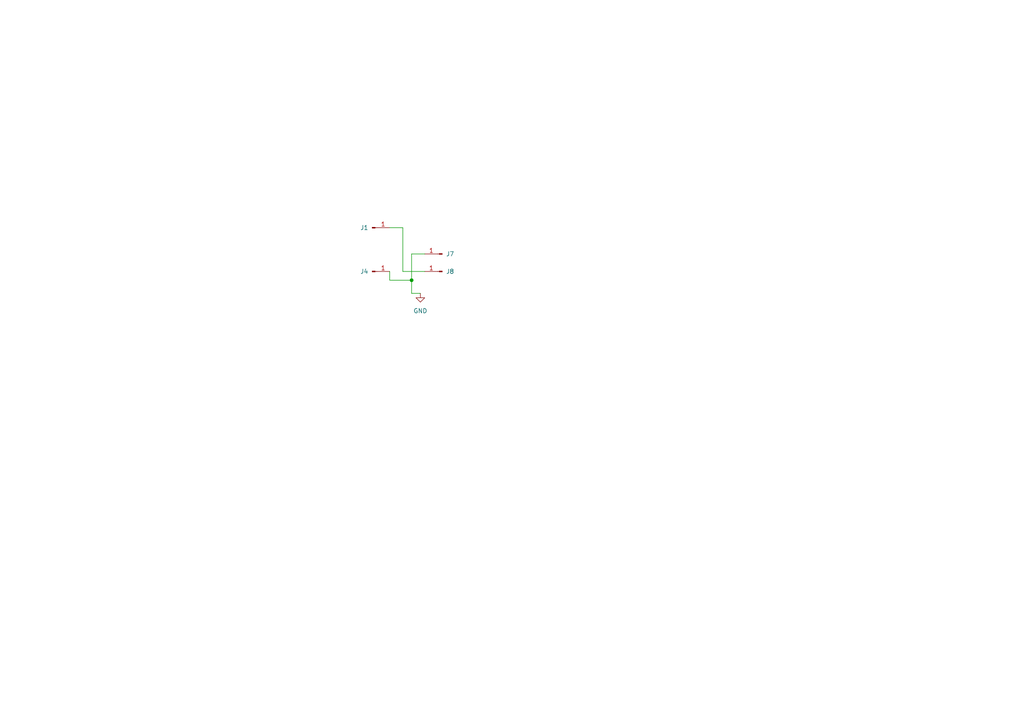
<source format=kicad_sch>
(kicad_sch (version 20231120) (generator "eeschema") (generator_version "8.0")
  (paper "A4")
  (lib_symbols
    (symbol "Connector:Conn_01x01_Pin" (pin_names (offset 1.016) hide)
      (property "Reference" "J" (at 0 2.54 0))
      (property "Value" "Conn_01x01_Pin" (at 0 -2.54 0))
      (symbol "Conn_01x01_Pin_1_1"
        (polyline (pts (xy 1.27 0) (xy 0.8636 0)) (stroke (width 0.1524)))
        (rectangle (start 0.8636 0.127) (end 0 -0.127) (stroke (width 0.1524)) (fill (type outline)))
        (pin passive line (at 5.08 0 180) (length 3.81) (name "Pin_1") (number "1"))
      )
    )
    (symbol "power:GND" (power) (pin_numbers hide) (pin_names (offset 0) hide)
      (property "Value" "GND" (at 0 -3.81 0))
      (symbol "GND_0_1"
        (polyline (pts (xy 0 0) (xy 0 -1.27) (xy 1.27 -1.27) (xy 0 -2.54) (xy -1.27 -1.27) (xy 0 -1.27)))
      )
      (symbol "GND_1_1"
        (pin power_in line (at 0 0 270) (length 0) (name "~") (number "1"))
      )
    )
  )
  (junction (at 119.38 81.28))
  (wire (pts (xy 121.92 85.09) (xy 119.38 85.09)))
  (wire (pts (xy 113.03 66.04) (xy 116.84 66.04)))
  (wire (pts (xy 119.38 73.66) (xy 123.19 73.66)))
  (wire (pts (xy 113.03 81.28) (xy 119.38 81.28)))
  (wire (pts (xy 119.38 85.09) (xy 119.38 81.28)))
  (wire (pts (xy 119.38 81.28) (xy 119.38 73.66)))
  (wire (pts (xy 116.84 78.74) (xy 123.19 78.74)))
  (wire (pts (xy 116.84 66.04) (xy 116.84 78.74)))
  (wire (pts (xy 113.03 78.74) (xy 113.03 81.28)))
  (symbol (lib_id "Connector:Conn_01x01_Pin") (at 128.27 73.66 180) (unit 1)
    (property "Reference" "J7" (at 130.556 73.66 0))
    (property "Value" "Conn_01x01_Pin" (effects (hide yes)))
    (property "Footprint" "TestPoint:TestPoint_Pad_1.0x1.0mm" (effects (hide yes)))
    (property "Description" "Generic connector, single row, 01x01, script generated" (effects (hide yes)))
  )
  (symbol (lib_id "Connector:Conn_01x01_Pin") (at 107.95 78.74 0) (unit 1)
    (property "Reference" "J4" (at 105.664 78.74 0))
    (property "Value" "Conn_01x01_Pin" (effects (hide yes)))
    (property "Footprint" "TestPoint:TestPoint_Pad_1.0x1.0mm" (effects (hide yes)))
    (property "Description" "Generic connector, single row, 01x01, script generated" (effects (hide yes)))
  )
  (symbol (lib_id "Connector:Conn_01x01_Pin") (at 128.27 78.74 180) (unit 1)
    (property "Reference" "J8" (at 130.556 78.74 0))
    (property "Value" "Conn_01x01_Pin" (effects (hide yes)))
    (property "Footprint" "TestPoint:TestPoint_Pad_1.0x1.0mm" (effects (hide yes)))
    (property "Description" "Generic connector, single row, 01x01, script generated" (effects (hide yes)))
  )
  (symbol (lib_id "power:GND") (at 121.92 85.09 0) (unit 1)
    (property "Reference" "#PWR01" (effects (hide yes)))
    (property "Value" "GND" (at 121.92 90.17 0))
    (property "Description" "Power symbol creates a global label with name \"GND\" , ground" (effects (hide yes)))
  )
  (symbol (lib_id "Connector:Conn_01x01_Pin") (at 107.95 66.04 0) (unit 1)
    (property "Reference" "J1" (at 105.664 66.04 0))
    (property "Value" "Conn_01x01_Pin" (effects (hide yes)))
    (property "Footprint" "TestPoint:TestPoint_Pad_1.0x1.0mm" (effects (hide yes)))
    (property "Description" "Generic connector, single row, 01x01, script generated" (effects (hide yes)))
  )
)
</source>
